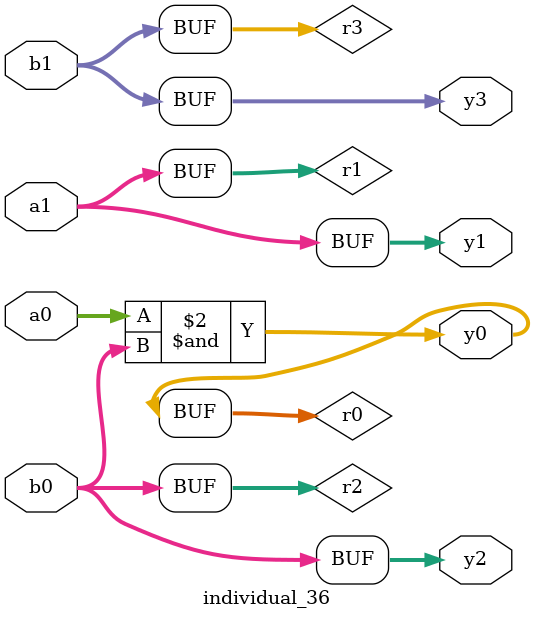
<source format=sv>
module individual_36(input logic [15:0] a1, input logic [15:0] a0, input logic [15:0] b1, input logic [15:0] b0, output logic [15:0] y3, output logic [15:0] y2, output logic [15:0] y1, output logic [15:0] y0);
logic [15:0] r0, r1, r2, r3; 
 always@(*) begin 
	 r0 = a0; r1 = a1; r2 = b0; r3 = b1; 
 	 r0  &=  b0 ;
 	 y3 = r3; y2 = r2; y1 = r1; y0 = r0; 
end
endmodule
</source>
